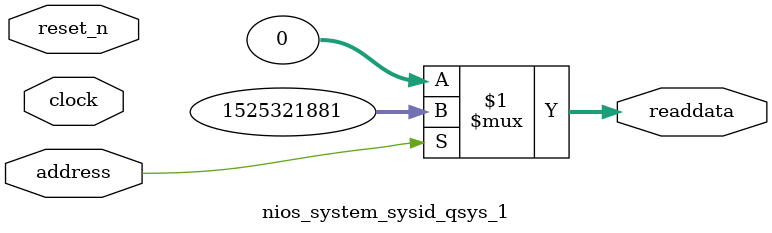
<source format=v>



// synthesis translate_off
`timescale 1ns / 1ps
// synthesis translate_on

// turn off superfluous verilog processor warnings 
// altera message_level Level1 
// altera message_off 10034 10035 10036 10037 10230 10240 10030 

module nios_system_sysid_qsys_1 (
               // inputs:
                address,
                clock,
                reset_n,

               // outputs:
                readdata
             )
;

  output  [ 31: 0] readdata;
  input            address;
  input            clock;
  input            reset_n;

  wire    [ 31: 0] readdata;
  //control_slave, which is an e_avalon_slave
  assign readdata = address ? 1525321881 : 0;

endmodule



</source>
